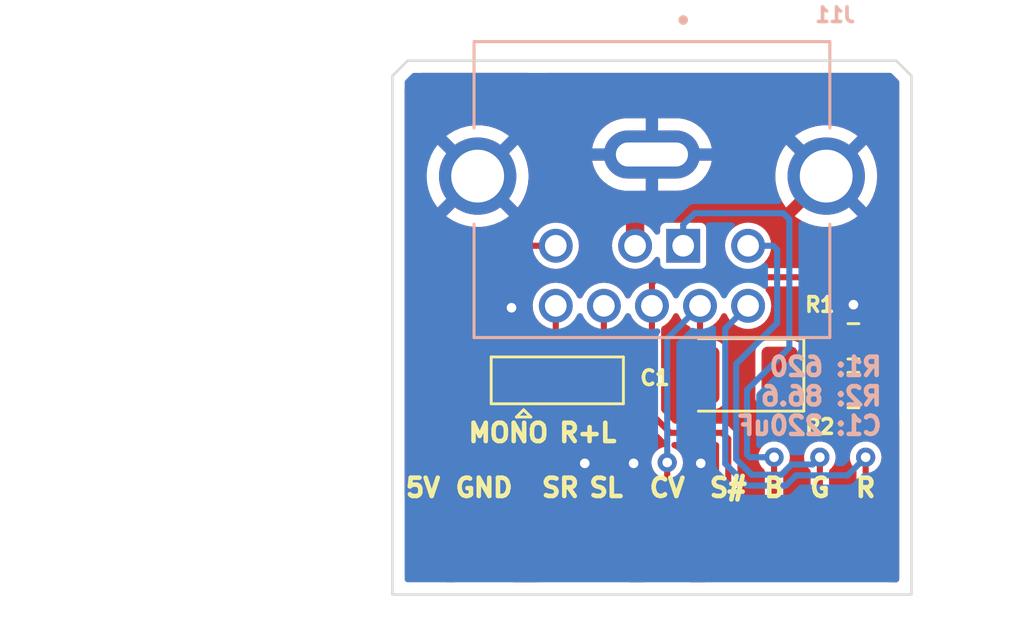
<source format=kicad_pcb>
(kicad_pcb (version 20211014) (generator pcbnew)
  (layers (0 "F.Cu" signal) (31 "B.Cu" signal) (34 "B.Paste" user) (35 "F.Paste" user) (36 "B.SilkS" user "B.Silkscreen") (37 "F.SilkS" user "F.Silkscreen") (38 "B.Mask" user) (39 "F.Mask" user) (44 "Edge.Cuts" user))
  (net 0 "")
  (net 1 "Net-(C1-Pad1)")
  (net 2 "/GND")
  (net 3 "/CV")
  (net 4 "/S#")
  (net 5 "/5V")
  (net 6 "/R")
  (net 7 "/G")
  (net 8 "/B")
  (net 9 "/SM")
  (net 10 "/SL")
  (net 11 "/SR")
  (footprint "MyLibrary:SolderWirePad_1x01_SMD_1x2mm" (layer "F.Cu") (at 151.765 74.168)
    (fp_text reference "J9")
    (fp_text value "SMD_Conn_01x01")
    (pad "1" smd rect (at 0 0) (size 1.27 2.54) (layers "F.Cu" "F.Paste" "F.Mask") (net 10 "/SL"))
  )
  (footprint "Capacitor_Tantalum_SMD:CP_EIA-3528-15_AVX-H_Pad1.50x2.35mm_HandSolder" (layer "F.Cu") (at 157.353 67.056 180)
    (fp_text reference "C1" (at 3.556 -0.127) (layer "F.SilkS") (effects (font (size 0.6096 0.6096))))
    (fp_text value "C_Polarized_US")
    (fp_line (start -2.635 -1.51) (end -2.635 1.51) (layer "F.SilkS") (width 0.12))
    (fp_line (start -2.635 1.51) (end 1.75 1.51) (layer "F.SilkS") (width 0.12))
    (fp_line (start 1.75 -1.51) (end -2.635 -1.51) (layer "F.SilkS") (width 0.12))
    (pad "1" smd roundrect (at -1.625 0 180) (size 1.5 2.35) (layers "F.Cu" "F.Paste" "F.Mask") (roundrect_rratio 0.166667) (net 1 "Net-(C1-Pad1)"))
    (pad "2" smd roundrect (at 1.625 0 180) (size 1.5 2.35) (layers "F.Cu" "F.Paste" "F.Mask") (roundrect_rratio 0.166667) (net 3 "/CV"))
  )
  (footprint "MyLibrary:SolderWirePad_1x01_SMD_1x2mm" (layer "F.Cu") (at 158.75 74.168)
    (fp_text reference "J7")
    (fp_text value "SMD_Conn_01x01")
    (pad "1" smd rect (at 0 0) (size 1.27 2.54) (layers "F.Cu" "F.Paste" "F.Mask") (net 8 "/B"))
  )
  (footprint "MyLibrary:SolderWirePad_1x01_SMD_1x2mm" (layer "F.Cu") (at 160.655 74.168)
    (fp_text reference "J6")
    (fp_text value "SMD_Conn_01x01")
    (pad "1" smd rect (at 0 0) (size 1.27 2.54) (layers "F.Cu" "F.Paste" "F.Mask") (net 7 "/G"))
  )
  (footprint "MyLibrary:SolderWirePad_1x01_SMD_1x2mm" (layer "F.Cu") (at 149.86 74.168)
    (fp_text reference "J10")
    (fp_text value "SMD_Conn_01x01")
    (pad "1" smd rect (at 0 0) (size 1.27 2.54) (layers "F.Cu" "F.Paste" "F.Mask") (net 11 "/SR"))
  )
  (footprint "Resistor_SMD:R_0805_2012Metric_Pad1.20x1.40mm_HandSolder" (layer "F.Cu") (at 162.052 67.691 180)
    (fp_text reference "R2" (at 1.397 -1.524) (layer "F.SilkS") (effects (font (size 0.6096 0.6096))))
    (fp_text value "R_US")
    (fp_line (start -0.227064 -0.735) (end 0.227064 -0.735) (layer "F.SilkS") (width 0.12))
    (fp_line (start -0.227064 0.735) (end 0.227064 0.735) (layer "F.SilkS") (width 0.12))
    (pad "1" smd roundrect (at -1 0 180) (size 1.2 1.4) (layers "F.Cu" "F.Paste" "F.Mask") (roundrect_rratio 0.208333) (net 2 "/GND"))
    (pad "2" smd roundrect (at 1 0 180) (size 1.2 1.4) (layers "F.Cu" "F.Paste" "F.Mask") (roundrect_rratio 0.208333) (net 1 "Net-(C1-Pad1)"))
  )
  (footprint "MyLibrary:SolderWirePad_1x01_SMD_1x2mm" (layer "F.Cu") (at 162.56 74.168)
    (fp_text reference "J5")
    (fp_text value "SMD_Conn_01x01")
    (pad "1" smd rect (at 0 0) (size 1.27 2.54) (layers "F.Cu" "F.Paste" "F.Mask") (net 6 "/R"))
  )
  (footprint "MyLibrary:SolderWirePad_1x01_SMD_1x2mm" (layer "F.Cu") (at 144.145 74.168)
    (fp_text reference "J4")
    (fp_text value "SMD_Conn_01x01")
    (pad "1" smd rect (at 0 0) (size 1.27 2.54) (layers "F.Cu" "F.Paste" "F.Mask") (net 5 "/5V"))
  )
  (footprint "Resistor_SMD:R_0805_2012Metric_Pad1.20x1.40mm_HandSolder" (layer "F.Cu") (at 162.052 65.659 180)
    (fp_text reference "R1" (at 1.397 1.524 180) (layer "F.SilkS") (effects (font (size 0.6096 0.6096))))
    (fp_text value "R_US")
    (fp_line (start -0.227064 -0.735) (end 0.227064 -0.735) (layer "F.SilkS") (width 0.12))
    (fp_line (start -0.227064 0.735) (end 0.227064 0.735) (layer "F.SilkS") (width 0.12))
    (pad "1" smd roundrect (at -1 0 180) (size 1.2 1.4) (layers "F.Cu" "F.Paste" "F.Mask") (roundrect_rratio 0.208333) (net 4 "/S#"))
    (pad "2" smd roundrect (at 1 0 180) (size 1.2 1.4) (layers "F.Cu" "F.Paste" "F.Mask") (roundrect_rratio 0.208333) (net 1 "Net-(C1-Pad1)"))
  )
  (footprint "MyLibrary:SolderWirePad_1x01_SMD_1x2mm" (layer "F.Cu") (at 156.845 74.168)
    (fp_text reference "J2")
    (fp_text value "SMD_Conn_01x01")
    (pad "1" smd rect (at 0 0) (size 1.27 2.54) (layers "F.Cu" "F.Paste" "F.Mask") (net 4 "/S#"))
  )
  (footprint "MyLibrary:SolderWirePad_1x01_SMD_1x2mm" (layer "F.Cu") (at 154.305 74.168)
    (fp_text reference "J1")
    (fp_text value "SMD_Conn_01x01")
    (pad "1" smd rect (at 0 0) (size 1.27 2.54) (layers "F.Cu" "F.Paste" "F.Mask") (net 3 "/CV"))
  )
  (footprint "Jumper:SolderJumper-3_P2.0mm_Open_TrianglePad1.0x1.5mm" (layer "F.Cu") (at 149.733 67.31)
    (fp_text reference "JP1" hide)
    (fp_text value "SolderJumper_3_Open")
    (fp_line (start -2.75 0.95) (end -2.75 -1) (layer "F.SilkS") (width 0.12))
    (fp_line (start -1.1 1.5) (end -1.4 1.2) (layer "F.SilkS") (width 0.12))
    (fp_line (start -1.7 1.5) (end -1.1 1.5) (layer "F.SilkS") (width 0.12))
    (fp_line (start -1.4 1.2) (end -1.7 1.5) (layer "F.SilkS") (width 0.12))
    (fp_line (start -2.75 -1) (end 2.75 -1) (layer "F.SilkS") (width 0.12))
    (fp_line (start 2.75 0.95) (end -2.75 0.95) (layer "F.SilkS") (width 0.12))
    (fp_line (start 2.75 -1) (end 2.75 0.95) (layer "F.SilkS") (width 0.12))
    (pad "1" smd custom (at -2 0) (size 0.3 0.3) (layers "F.Cu" "F.Mask") (net 9 "/SM") (options (clearance outline) (anchor rect)) (primitives (gr_poly (pts (xy 1 0) (xy 0.5 0.75) (xy -0.5 0.75) (xy -0.5 -0.75) (xy 0.5 -0.75)) (width 0) (fill yes))))
    (pad "2" smd custom (at 0 0) (size 0.3 0.3) (layers "F.Cu") (net 11 "/SR") (options (clearance outline) (anchor rect)) (primitives (gr_poly (pts (xy 0.7 0) (xy 1.2 0.75) (xy -1.2 0.75) (xy -0.7 0) (xy -1.2 -0.75) (xy 1.2 -0.75)) (width 0) (fill yes))))
    (pad "3" smd custom (at 2 0 180) (size 0.3 0.3) (layers "F.Cu" "F.Mask") (net 10 "/SL") (options (clearance outline) (anchor rect)) (primitives (gr_poly (pts (xy 1 0) (xy 0.5 0.75) (xy -0.5 0.75) (xy -0.5 -0.75) (xy 0.5 -0.75)) (width 0) (fill yes))))
  )
  (footprint "MyLibrary:SolderWirePad_1x01_SMD_1x2mm" (layer "F.Cu") (at 146.177 64.008)
    (fp_text reference "J8")
    (fp_text value "SMD_Conn_01x01")
    (pad "1" smd rect (at 0 0) (size 1.27 2.54) (layers "F.Cu" "F.Paste" "F.Mask") (net 9 "/SM"))
  )
  (footprint "MyLibrary:SolderWirePad_1x01_SMD_1x2mm" (layer "F.Cu") (at 146.685 74.168)
    (fp_text reference "J3")
    (fp_text value "SMD_Conn_01x01")
    (pad "1" smd rect (at 0 0) (size 1.27 2.54) (layers "F.Cu" "F.Paste" "F.Mask") (net 2 "/GND"))
  )
  (footprint "SnapEDA:CUI_MD-90SM" (layer "B.Cu") (at 153.67 57.8815)
    (fp_text reference "J11" (at 7.62 -5.8115) (layer "B.SilkS") (effects (font (size 0.6096 0.6096)) (justify mirror)))
    (fp_text value "MD-90SM_MD2")
    (fp_line (start -7.4 2.9) (end -7.4 7.62) (layer "B.SilkS") (width 0.127))
    (fp_line (start -7.4 -4.7) (end -7.4 -1.1) (layer "B.SilkS") (width 0.127))
    (fp_line (start 7.4 7.62) (end 7.4 2.9) (layer "B.SilkS") (width 0.127))
    (fp_line (start 7.4 -4.7) (end 7.4 -1.1) (layer "B.SilkS") (width 0.127))
    (fp_line (start 7.4 -4.7) (end -7.4 -4.7) (layer "B.SilkS") (width 0.127))
    (fp_line (start -7.4 7.62) (end 7.4 7.62) (layer "B.SilkS") (width 0.127))
    (fp_circle (center 1.3 -5.598) (end 1.4 -5.598) (layer "B.SilkS") (width 0.2) (fill none))
    (pad "1" thru_hole rect (at 1.3 3.8) (size 1.408 1.408) (drill 0.9) (layers *.Cu *.Mask) (net 8 "/B"))
    (pad "2" thru_hole circle (at -0.7 3.8) (size 1.408 1.408) (drill 0.9) (layers *.Cu *.Mask) (net 5 "/5V"))
    (pad "3" thru_hole circle (at 4 3.8) (size 1.408 1.408) (drill 0.9) (layers *.Cu *.Mask) (net 7 "/G"))
    (pad "4" thru_hole circle (at 2 6.3) (size 1.408 1.408) (drill 0.9) (layers *.Cu *.Mask) (net 3 "/CV"))
    (pad "5" thru_hole circle (at 0 6.3) (size 1.408 1.408) (drill 0.9) (layers *.Cu *.Mask) (net 4 "/S#"))
    (pad "6" thru_hole circle (at -4 3.8) (size 1.408 1.408) (drill 0.9) (layers *.Cu *.Mask) (net 9 "/SM"))
    (pad "7" thru_hole circle (at 4 6.3) (size 1.408 1.408) (drill 0.9) (layers *.Cu *.Mask) (net 6 "/R"))
    (pad "8" thru_hole circle (at -2 6.3) (size 1.408 1.408) (drill 0.9) (layers *.Cu *.Mask) (net 10 "/SL"))
    (pad "9" thru_hole circle (at -4 6.3) (size 1.408 1.408) (drill 0.9) (layers *.Cu *.Mask) (net 11 "/SR"))
    (pad "S1" thru_hole oval (at 0 0) (size 4 2) (drill oval 3 1) (layers *.Cu *.Mask) (net 2 "/GND"))
    (pad "S2" thru_hole circle (at -7.25 0.9) (size 3.216 3.216) (drill 2.2) (layers *.Cu *.Mask) (net 2 "/GND"))
    (pad "S3" thru_hole circle (at 7.25 0.9) (size 3.216 3.216) (drill 2.2) (layers *.Cu *.Mask) (net 2 "/GND"))
  )
  (gr_poly (pts (xy 164.465 76.2) (xy 142.875 76.2) (xy 142.875 54.61) (xy 143.51 53.975) (xy 163.83 53.975) (xy 164.465 54.61)) (layer "Edge.Cuts") (width 0.1) (fill none))
  (gr_text "R1: 620\nR2: 86.6\nC1: 220uF" (at 163.322 67.945) (layer "B.SilkS") (effects (font (size 0.762 0.762) (thickness 0.1905)) (justify left mirror)))
  (gr_text "R" (at 162.56 71.755) (layer "F.SilkS") (effects (font (size 0.762 0.762) (thickness 0.1905))))
  (gr_text "SR" (at 149.86 71.755) (layer "F.SilkS") (effects (font (size 0.762 0.762) (thickness 0.1905))))
  (gr_text "S#" (at 156.845 71.755) (layer "F.SilkS") (effects (font (size 0.762 0.762) (thickness 0.1905))))
  (gr_text "MONO" (at 147.701 69.469) (layer "F.SilkS") (effects (font (size 0.762 0.762) (thickness 0.1905))))
  (gr_text "B" (at 158.75 71.755) (layer "F.SilkS") (effects (font (size 0.762 0.762) (thickness 0.1905))))
  (gr_text "CV" (at 154.305 71.755) (layer "F.SilkS") (effects (font (size 0.762 0.762) (thickness 0.1905))))
  (gr_text "GND" (at 146.685 71.755) (layer "F.SilkS") (effects (font (size 0.762 0.762) (thickness 0.1905))))
  (gr_text "SL" (at 151.765 71.755) (layer "F.SilkS") (effects (font (size 0.762 0.762) (thickness 0.1905))))
  (gr_text "R+L" (at 151.003 69.469) (layer "F.SilkS") (effects (font (size 0.762 0.762) (thickness 0.1905))))
  (gr_text "G" (at 160.655 71.755) (layer "F.SilkS") (effects (font (size 0.762 0.762) (thickness 0.1905))))
  (gr_text "5V" (at 144.145 71.755) (layer "F.SilkS") (effects (font (size 0.762 0.762) (thickness 0.1905))))
  (segment (start 161.052 65.659) (end 161.052 67.691) (width 0.254) (layer "F.Cu") (net 1))
  (segment (start 159.613 67.691) (end 158.978 67.056) (width 0.254) (layer "F.Cu") (net 1))
  (segment (start 161.052 67.691) (end 159.613 67.691) (width 0.254) (layer "F.Cu") (net 1))
  (via (at 155.702 70.739) (size 0.8) (drill 0.4) (layers "F.Cu" "B.Cu") (net 2))
  (via (at 152.908 70.739) (size 0.8) (drill 0.4) (layers "F.Cu" "B.Cu") (net 2))
  (via (at 162.052 64.135) (size 0.8) (drill 0.4) (layers "F.Cu" "B.Cu") (net 2))
  (via (at 150.876 70.739) (size 0.8) (drill 0.4) (layers "F.Cu" "B.Cu") (net 2))
  (via (at 147.828 64.262) (size 0.8) (drill 0.4) (layers "F.Cu" "B.Cu") (net 2))
  (segment (start 154.305 74.168) (end 154.305 70.7035) (width 0.254) (layer "F.Cu") (net 3))
  (segment (start 155.67 66.998) (end 155.67 64.1815) (width 0.254) (layer "F.Cu") (net 3))
  (segment (start 155.728 67.056) (end 155.67 66.998) (width 0.254) (layer "F.Cu") (net 3))
  (via (at 154.305 70.7035) (size 0.8) (drill 0.4) (layers "F.Cu" "B.Cu") (net 3))
  (segment (start 154.305 65.5465) (end 155.67 64.1815) (width 0.254) (layer "B.Cu") (net 3))
  (segment (start 154.305 70.7035) (end 154.305 65.5465) (width 0.254) (layer "B.Cu") (net 3))
  (segment (start 153.67 68.707) (end 153.67 64.1815) (width 0.254) (layer "F.Cu") (net 4))
  (segment (start 162.687 62.992) (end 163.052 63.357) (width 0.254) (layer "F.Cu") (net 4))
  (segment (start 154.432 69.469) (end 153.67 68.707) (width 0.254) (layer "F.Cu") (net 4))
  (segment (start 156.845 69.723) (end 156.591 69.469) (width 0.254) (layer "F.Cu") (net 4))
  (segment (start 156.591 69.469) (end 154.432 69.469) (width 0.254) (layer "F.Cu") (net 4))
  (segment (start 163.052 63.357) (end 163.052 65.659) (width 0.254) (layer "F.Cu") (net 4))
  (segment (start 153.67 63.246) (end 153.924 62.992) (width 0.254) (layer "F.Cu") (net 4))
  (segment (start 156.845 74.168) (end 156.845 69.723) (width 0.254) (layer "F.Cu") (net 4))
  (segment (start 153.67 64.1815) (end 153.67 63.246) (width 0.254) (layer "F.Cu") (net 4))
  (segment (start 153.924 62.992) (end 162.687 62.992) (width 0.254) (layer "F.Cu") (net 4))
  (segment (start 144.145 74.168) (end 144.145 72.39) (width 0.762) (layer "F.Cu") (net 5))
  (segment (start 150.368 60.071) (end 152.654 60.071) (width 0.762) (layer "F.Cu") (net 5))
  (segment (start 148.463 54.864) (end 149.987 56.388) (width 0.762) (layer "F.Cu") (net 5))
  (segment (start 149.987 56.388) (end 149.987 59.69) (width 0.762) (layer "F.Cu") (net 5))
  (segment (start 144.145 72.39) (end 143.764 72.009) (width 0.762) (layer "F.Cu") (net 5))
  (segment (start 149.987 59.69) (end 150.368 60.071) (width 0.762) (layer "F.Cu") (net 5))
  (segment (start 144.145 54.864) (end 148.463 54.864) (width 0.762) (layer "F.Cu") (net 5))
  (segment (start 143.764 55.245) (end 144.145 54.864) (width 0.762) (layer "F.Cu") (net 5))
  (segment (start 152.97 60.387) (end 152.97 61.6815) (width 0.762) (layer "F.Cu") (net 5))
  (segment (start 152.654 60.071) (end 152.97 60.387) (width 0.762) (layer "F.Cu") (net 5))
  (segment (start 143.764 72.009) (end 143.764 55.245) (width 0.762) (layer "F.Cu") (net 5))
  (segment (start 162.56 74.168) (end 162.56 70.485) (width 0.254) (layer "F.Cu") (net 6))
  (via (at 162.56 70.485) (size 0.8) (drill 0.4) (layers "F.Cu" "B.Cu") (net 6))
  (segment (start 156.718 70.753104) (end 157.630896 71.666) (width 0.254) (layer "B.Cu") (net 6))
  (segment (start 159.665052 71.240134) (end 161.804866 71.240134) (width 0.254) (layer "B.Cu") (net 6))
  (segment (start 161.804866 71.240134) (end 162.56 70.485) (width 0.254) (layer "B.Cu") (net 6))
  (segment (start 157.67 64.1815) (end 156.718 65.1335) (width 0.254) (layer "B.Cu") (net 6))
  (segment (start 157.630896 71.666) (end 159.239186 71.666) (width 0.254) (layer "B.Cu") (net 6))
  (segment (start 159.239186 71.666) (end 159.665052 71.240134) (width 0.254) (layer "B.Cu") (net 6))
  (segment (start 156.718 65.1335) (end 156.718 70.753104) (width 0.254) (layer "B.Cu") (net 6))
  (segment (start 160.655 74.168) (end 160.655 70.485) (width 0.254) (layer "F.Cu") (net 7))
  (via (at 160.655 70.485) (size 0.8) (drill 0.4) (layers "F.Cu" "B.Cu") (net 7))
  (segment (start 157.172 66.602) (end 157.172 70.565052) (width 0.254) (layer "B.Cu") (net 7))
  (segment (start 158.877 61.849) (end 158.877 64.897) (width 0.254) (layer "B.Cu") (net 7))
  (segment (start 159.477 70.786134) (end 160.353866 70.786134) (width 0.254) (layer "B.Cu") (net 7))
  (segment (start 158.7095 61.6815) (end 158.877 61.849) (width 0.254) (layer "B.Cu") (net 7))
  (segment (start 159.051134 71.212) (end 159.477 70.786134) (width 0.254) (layer "B.Cu") (net 7))
  (segment (start 160.353866 70.786134) (end 160.655 70.485) (width 0.254) (layer "B.Cu") (net 7))
  (segment (start 157.67 61.6815) (end 158.7095 61.6815) (width 0.254) (layer "B.Cu") (net 7))
  (segment (start 158.877 64.897) (end 157.172 66.602) (width 0.254) (layer "B.Cu") (net 7))
  (segment (start 157.818948 71.212) (end 159.051134 71.212) (width 0.254) (layer "B.Cu") (net 7))
  (segment (start 157.172 70.565052) (end 157.818948 71.212) (width 0.254) (layer "B.Cu") (net 7))
  (segment (start 158.75 74.168) (end 158.75 70.485) (width 0.254) (layer "F.Cu") (net 8))
  (via (at 158.75 70.485) (size 0.8) (drill 0.4) (layers "F.Cu" "B.Cu") (net 8))
  (segment (start 154.97 60.803) (end 155.448 60.325) (width 0.254) (layer "B.Cu") (net 8))
  (segment (start 159.385 60.579) (end 159.385 65.920052) (width 0.254) (layer "B.Cu") (net 8))
  (segment (start 157.626 70.377) (end 157.734 70.485) (width 0.254) (layer "B.Cu") (net 8))
  (segment (start 157.734 70.485) (end 158.75 70.485) (width 0.254) (layer "B.Cu") (net 8))
  (segment (start 155.448 60.325) (end 159.131 60.325) (width 0.254) (layer "B.Cu") (net 8))
  (segment (start 154.97 61.6815) (end 154.97 60.803) (width 0.254) (layer "B.Cu") (net 8))
  (segment (start 159.385 65.920052) (end 157.626 67.679052) (width 0.254) (layer "B.Cu") (net 8))
  (segment (start 157.626 67.679052) (end 157.626 70.377) (width 0.254) (layer "B.Cu") (net 8))
  (segment (start 159.131 60.325) (end 159.385 60.579) (width 0.254) (layer "B.Cu") (net 8))
  (segment (start 146.177 64.008) (end 146.177 62.103) (width 0.254) (layer "F.Cu") (net 9))
  (segment (start 147.733 67.31) (end 146.431 67.31) (width 0.254) (layer "F.Cu") (net 9))
  (segment (start 146.177 67.056) (end 146.177 64.008) (width 0.254) (layer "F.Cu") (net 9))
  (segment (start 146.5985 61.6815) (end 149.67 61.6815) (width 0.254) (layer "F.Cu") (net 9))
  (segment (start 146.431 67.31) (end 146.177 67.056) (width 0.254) (layer "F.Cu") (net 9))
  (segment (start 146.177 62.103) (end 146.5985 61.6815) (width 0.254) (layer "F.Cu") (net 9))
  (segment (start 151.67 64.1815) (end 151.67 67.247) (width 0.254) (layer "F.Cu") (net 10))
  (segment (start 151.765 74.168) (end 151.765 67.342) (width 0.254) (layer "F.Cu") (net 10))
  (segment (start 151.67 67.247) (end 151.733 67.31) (width 0.254) (layer "F.Cu") (net 10))
  (segment (start 151.765 67.342) (end 151.733 67.31) (width 0.254) (layer "F.Cu") (net 10))
  (segment (start 149.86 67.437) (end 149.733 67.31) (width 0.254) (layer "F.Cu") (net 11))
  (segment (start 149.86 74.168) (end 149.86 67.437) (width 0.254) (layer "F.Cu") (net 11))
  (segment (start 149.67 67.247) (end 149.733 67.31) (width 0.254) (layer "F.Cu") (net 11))
  (segment (start 149.67 64.1815) (end 149.67 67.247) (width 0.254) (layer "F.Cu") (net 11))
  (zone (net 2) (net_name "/GND") (layers F&B.Cu) (connect_pads (clearance 0.254)) (min_thickness 0.254) (fill yes (thermal_gap 0.508) (thermal_bridge_width 0.508))
    (polygon (pts (xy 167.005 78.105) (xy 140.335 78.105) (xy 140.335 53.34) (xy 167.005 53.34)))
  )
)
</source>
